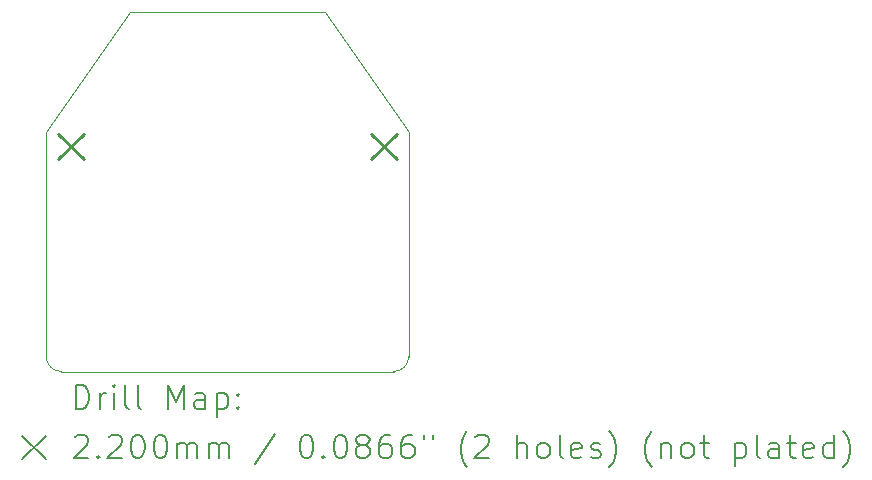
<source format=gbr>
%TF.GenerationSoftware,KiCad,Pcbnew,(6.0.7)*%
%TF.CreationDate,2022-10-10T17:10:13+03:00*%
%TF.ProjectId,DiLight_2.0,44694c69-6768-4745-9f32-2e302e6b6963,rev?*%
%TF.SameCoordinates,Original*%
%TF.FileFunction,Drillmap*%
%TF.FilePolarity,Positive*%
%FSLAX45Y45*%
G04 Gerber Fmt 4.5, Leading zero omitted, Abs format (unit mm)*
G04 Created by KiCad (PCBNEW (6.0.7)) date 2022-10-10 17:10:13*
%MOMM*%
%LPD*%
G01*
G04 APERTURE LIST*
%ADD10C,0.100000*%
%ADD11C,0.200000*%
%ADD12C,0.220000*%
G04 APERTURE END LIST*
D10*
X2022000Y-4572000D02*
G75*
G03*
X2149000Y-4699000I127000J0D01*
G01*
X2149000Y-4699000D02*
X4965000Y-4699000D01*
X4381500Y-1651000D02*
X5092000Y-2667000D01*
X2022000Y-2667000D02*
X2730500Y-1651000D01*
X4965000Y-4699000D02*
G75*
G03*
X5092000Y-4572000I0J127000D01*
G01*
X2730500Y-1651000D02*
X4381500Y-1651000D01*
X5092000Y-4572000D02*
X5092000Y-2667000D01*
X2022000Y-4572000D02*
X2022000Y-2667000D01*
D11*
D12*
X2122000Y-2684000D02*
X2342000Y-2904000D01*
X2342000Y-2684000D02*
X2122000Y-2904000D01*
X4772000Y-2684000D02*
X4992000Y-2904000D01*
X4992000Y-2684000D02*
X4772000Y-2904000D01*
D11*
X2274619Y-5014476D02*
X2274619Y-4814476D01*
X2322238Y-4814476D01*
X2350810Y-4824000D01*
X2369857Y-4843048D01*
X2379381Y-4862095D01*
X2388905Y-4900190D01*
X2388905Y-4928762D01*
X2379381Y-4966857D01*
X2369857Y-4985905D01*
X2350810Y-5004952D01*
X2322238Y-5014476D01*
X2274619Y-5014476D01*
X2474619Y-5014476D02*
X2474619Y-4881143D01*
X2474619Y-4919238D02*
X2484143Y-4900190D01*
X2493667Y-4890667D01*
X2512714Y-4881143D01*
X2531762Y-4881143D01*
X2598429Y-5014476D02*
X2598429Y-4881143D01*
X2598429Y-4814476D02*
X2588905Y-4824000D01*
X2598429Y-4833524D01*
X2607952Y-4824000D01*
X2598429Y-4814476D01*
X2598429Y-4833524D01*
X2722238Y-5014476D02*
X2703190Y-5004952D01*
X2693667Y-4985905D01*
X2693667Y-4814476D01*
X2827000Y-5014476D02*
X2807952Y-5004952D01*
X2798428Y-4985905D01*
X2798428Y-4814476D01*
X3055571Y-5014476D02*
X3055571Y-4814476D01*
X3122238Y-4957333D01*
X3188905Y-4814476D01*
X3188905Y-5014476D01*
X3369857Y-5014476D02*
X3369857Y-4909714D01*
X3360333Y-4890667D01*
X3341286Y-4881143D01*
X3303190Y-4881143D01*
X3284143Y-4890667D01*
X3369857Y-5004952D02*
X3350809Y-5014476D01*
X3303190Y-5014476D01*
X3284143Y-5004952D01*
X3274619Y-4985905D01*
X3274619Y-4966857D01*
X3284143Y-4947810D01*
X3303190Y-4938286D01*
X3350809Y-4938286D01*
X3369857Y-4928762D01*
X3465095Y-4881143D02*
X3465095Y-5081143D01*
X3465095Y-4890667D02*
X3484143Y-4881143D01*
X3522238Y-4881143D01*
X3541286Y-4890667D01*
X3550809Y-4900190D01*
X3560333Y-4919238D01*
X3560333Y-4976381D01*
X3550809Y-4995429D01*
X3541286Y-5004952D01*
X3522238Y-5014476D01*
X3484143Y-5014476D01*
X3465095Y-5004952D01*
X3646048Y-4995429D02*
X3655571Y-5004952D01*
X3646048Y-5014476D01*
X3636524Y-5004952D01*
X3646048Y-4995429D01*
X3646048Y-5014476D01*
X3646048Y-4890667D02*
X3655571Y-4900190D01*
X3646048Y-4909714D01*
X3636524Y-4900190D01*
X3646048Y-4890667D01*
X3646048Y-4909714D01*
X1817000Y-5244000D02*
X2017000Y-5444000D01*
X2017000Y-5244000D02*
X1817000Y-5444000D01*
X2265095Y-5253524D02*
X2274619Y-5244000D01*
X2293667Y-5234476D01*
X2341286Y-5234476D01*
X2360333Y-5244000D01*
X2369857Y-5253524D01*
X2379381Y-5272571D01*
X2379381Y-5291619D01*
X2369857Y-5320190D01*
X2255571Y-5434476D01*
X2379381Y-5434476D01*
X2465095Y-5415429D02*
X2474619Y-5424952D01*
X2465095Y-5434476D01*
X2455571Y-5424952D01*
X2465095Y-5415429D01*
X2465095Y-5434476D01*
X2550810Y-5253524D02*
X2560333Y-5244000D01*
X2579381Y-5234476D01*
X2627000Y-5234476D01*
X2646048Y-5244000D01*
X2655571Y-5253524D01*
X2665095Y-5272571D01*
X2665095Y-5291619D01*
X2655571Y-5320190D01*
X2541286Y-5434476D01*
X2665095Y-5434476D01*
X2788905Y-5234476D02*
X2807952Y-5234476D01*
X2827000Y-5244000D01*
X2836524Y-5253524D01*
X2846048Y-5272571D01*
X2855571Y-5310667D01*
X2855571Y-5358286D01*
X2846048Y-5396381D01*
X2836524Y-5415429D01*
X2827000Y-5424952D01*
X2807952Y-5434476D01*
X2788905Y-5434476D01*
X2769857Y-5424952D01*
X2760333Y-5415429D01*
X2750810Y-5396381D01*
X2741286Y-5358286D01*
X2741286Y-5310667D01*
X2750810Y-5272571D01*
X2760333Y-5253524D01*
X2769857Y-5244000D01*
X2788905Y-5234476D01*
X2979381Y-5234476D02*
X2998428Y-5234476D01*
X3017476Y-5244000D01*
X3027000Y-5253524D01*
X3036524Y-5272571D01*
X3046048Y-5310667D01*
X3046048Y-5358286D01*
X3036524Y-5396381D01*
X3027000Y-5415429D01*
X3017476Y-5424952D01*
X2998428Y-5434476D01*
X2979381Y-5434476D01*
X2960333Y-5424952D01*
X2950809Y-5415429D01*
X2941286Y-5396381D01*
X2931762Y-5358286D01*
X2931762Y-5310667D01*
X2941286Y-5272571D01*
X2950809Y-5253524D01*
X2960333Y-5244000D01*
X2979381Y-5234476D01*
X3131762Y-5434476D02*
X3131762Y-5301143D01*
X3131762Y-5320190D02*
X3141286Y-5310667D01*
X3160333Y-5301143D01*
X3188905Y-5301143D01*
X3207952Y-5310667D01*
X3217476Y-5329714D01*
X3217476Y-5434476D01*
X3217476Y-5329714D02*
X3227000Y-5310667D01*
X3246048Y-5301143D01*
X3274619Y-5301143D01*
X3293667Y-5310667D01*
X3303190Y-5329714D01*
X3303190Y-5434476D01*
X3398428Y-5434476D02*
X3398428Y-5301143D01*
X3398428Y-5320190D02*
X3407952Y-5310667D01*
X3427000Y-5301143D01*
X3455571Y-5301143D01*
X3474619Y-5310667D01*
X3484143Y-5329714D01*
X3484143Y-5434476D01*
X3484143Y-5329714D02*
X3493667Y-5310667D01*
X3512714Y-5301143D01*
X3541286Y-5301143D01*
X3560333Y-5310667D01*
X3569857Y-5329714D01*
X3569857Y-5434476D01*
X3960333Y-5224952D02*
X3788905Y-5482095D01*
X4217476Y-5234476D02*
X4236524Y-5234476D01*
X4255571Y-5244000D01*
X4265095Y-5253524D01*
X4274619Y-5272571D01*
X4284143Y-5310667D01*
X4284143Y-5358286D01*
X4274619Y-5396381D01*
X4265095Y-5415429D01*
X4255571Y-5424952D01*
X4236524Y-5434476D01*
X4217476Y-5434476D01*
X4198429Y-5424952D01*
X4188905Y-5415429D01*
X4179381Y-5396381D01*
X4169857Y-5358286D01*
X4169857Y-5310667D01*
X4179381Y-5272571D01*
X4188905Y-5253524D01*
X4198429Y-5244000D01*
X4217476Y-5234476D01*
X4369857Y-5415429D02*
X4379381Y-5424952D01*
X4369857Y-5434476D01*
X4360333Y-5424952D01*
X4369857Y-5415429D01*
X4369857Y-5434476D01*
X4503190Y-5234476D02*
X4522238Y-5234476D01*
X4541286Y-5244000D01*
X4550810Y-5253524D01*
X4560333Y-5272571D01*
X4569857Y-5310667D01*
X4569857Y-5358286D01*
X4560333Y-5396381D01*
X4550810Y-5415429D01*
X4541286Y-5424952D01*
X4522238Y-5434476D01*
X4503190Y-5434476D01*
X4484143Y-5424952D01*
X4474619Y-5415429D01*
X4465095Y-5396381D01*
X4455571Y-5358286D01*
X4455571Y-5310667D01*
X4465095Y-5272571D01*
X4474619Y-5253524D01*
X4484143Y-5244000D01*
X4503190Y-5234476D01*
X4684143Y-5320190D02*
X4665095Y-5310667D01*
X4655571Y-5301143D01*
X4646048Y-5282095D01*
X4646048Y-5272571D01*
X4655571Y-5253524D01*
X4665095Y-5244000D01*
X4684143Y-5234476D01*
X4722238Y-5234476D01*
X4741286Y-5244000D01*
X4750810Y-5253524D01*
X4760333Y-5272571D01*
X4760333Y-5282095D01*
X4750810Y-5301143D01*
X4741286Y-5310667D01*
X4722238Y-5320190D01*
X4684143Y-5320190D01*
X4665095Y-5329714D01*
X4655571Y-5339238D01*
X4646048Y-5358286D01*
X4646048Y-5396381D01*
X4655571Y-5415429D01*
X4665095Y-5424952D01*
X4684143Y-5434476D01*
X4722238Y-5434476D01*
X4741286Y-5424952D01*
X4750810Y-5415429D01*
X4760333Y-5396381D01*
X4760333Y-5358286D01*
X4750810Y-5339238D01*
X4741286Y-5329714D01*
X4722238Y-5320190D01*
X4931762Y-5234476D02*
X4893667Y-5234476D01*
X4874619Y-5244000D01*
X4865095Y-5253524D01*
X4846048Y-5282095D01*
X4836524Y-5320190D01*
X4836524Y-5396381D01*
X4846048Y-5415429D01*
X4855571Y-5424952D01*
X4874619Y-5434476D01*
X4912714Y-5434476D01*
X4931762Y-5424952D01*
X4941286Y-5415429D01*
X4950810Y-5396381D01*
X4950810Y-5348762D01*
X4941286Y-5329714D01*
X4931762Y-5320190D01*
X4912714Y-5310667D01*
X4874619Y-5310667D01*
X4855571Y-5320190D01*
X4846048Y-5329714D01*
X4836524Y-5348762D01*
X5122238Y-5234476D02*
X5084143Y-5234476D01*
X5065095Y-5244000D01*
X5055571Y-5253524D01*
X5036524Y-5282095D01*
X5027000Y-5320190D01*
X5027000Y-5396381D01*
X5036524Y-5415429D01*
X5046048Y-5424952D01*
X5065095Y-5434476D01*
X5103190Y-5434476D01*
X5122238Y-5424952D01*
X5131762Y-5415429D01*
X5141286Y-5396381D01*
X5141286Y-5348762D01*
X5131762Y-5329714D01*
X5122238Y-5320190D01*
X5103190Y-5310667D01*
X5065095Y-5310667D01*
X5046048Y-5320190D01*
X5036524Y-5329714D01*
X5027000Y-5348762D01*
X5217476Y-5234476D02*
X5217476Y-5272571D01*
X5293667Y-5234476D02*
X5293667Y-5272571D01*
X5588905Y-5510667D02*
X5579381Y-5501143D01*
X5560333Y-5472571D01*
X5550810Y-5453524D01*
X5541286Y-5424952D01*
X5531762Y-5377333D01*
X5531762Y-5339238D01*
X5541286Y-5291619D01*
X5550810Y-5263048D01*
X5560333Y-5244000D01*
X5579381Y-5215429D01*
X5588905Y-5205905D01*
X5655571Y-5253524D02*
X5665095Y-5244000D01*
X5684143Y-5234476D01*
X5731762Y-5234476D01*
X5750809Y-5244000D01*
X5760333Y-5253524D01*
X5769857Y-5272571D01*
X5769857Y-5291619D01*
X5760333Y-5320190D01*
X5646048Y-5434476D01*
X5769857Y-5434476D01*
X6007952Y-5434476D02*
X6007952Y-5234476D01*
X6093667Y-5434476D02*
X6093667Y-5329714D01*
X6084143Y-5310667D01*
X6065095Y-5301143D01*
X6036524Y-5301143D01*
X6017476Y-5310667D01*
X6007952Y-5320190D01*
X6217476Y-5434476D02*
X6198428Y-5424952D01*
X6188905Y-5415429D01*
X6179381Y-5396381D01*
X6179381Y-5339238D01*
X6188905Y-5320190D01*
X6198428Y-5310667D01*
X6217476Y-5301143D01*
X6246048Y-5301143D01*
X6265095Y-5310667D01*
X6274619Y-5320190D01*
X6284143Y-5339238D01*
X6284143Y-5396381D01*
X6274619Y-5415429D01*
X6265095Y-5424952D01*
X6246048Y-5434476D01*
X6217476Y-5434476D01*
X6398428Y-5434476D02*
X6379381Y-5424952D01*
X6369857Y-5405905D01*
X6369857Y-5234476D01*
X6550809Y-5424952D02*
X6531762Y-5434476D01*
X6493667Y-5434476D01*
X6474619Y-5424952D01*
X6465095Y-5405905D01*
X6465095Y-5329714D01*
X6474619Y-5310667D01*
X6493667Y-5301143D01*
X6531762Y-5301143D01*
X6550809Y-5310667D01*
X6560333Y-5329714D01*
X6560333Y-5348762D01*
X6465095Y-5367810D01*
X6636524Y-5424952D02*
X6655571Y-5434476D01*
X6693667Y-5434476D01*
X6712714Y-5424952D01*
X6722238Y-5405905D01*
X6722238Y-5396381D01*
X6712714Y-5377333D01*
X6693667Y-5367810D01*
X6665095Y-5367810D01*
X6646048Y-5358286D01*
X6636524Y-5339238D01*
X6636524Y-5329714D01*
X6646048Y-5310667D01*
X6665095Y-5301143D01*
X6693667Y-5301143D01*
X6712714Y-5310667D01*
X6788905Y-5510667D02*
X6798428Y-5501143D01*
X6817476Y-5472571D01*
X6827000Y-5453524D01*
X6836524Y-5424952D01*
X6846048Y-5377333D01*
X6846048Y-5339238D01*
X6836524Y-5291619D01*
X6827000Y-5263048D01*
X6817476Y-5244000D01*
X6798428Y-5215429D01*
X6788905Y-5205905D01*
X7150809Y-5510667D02*
X7141286Y-5501143D01*
X7122238Y-5472571D01*
X7112714Y-5453524D01*
X7103190Y-5424952D01*
X7093667Y-5377333D01*
X7093667Y-5339238D01*
X7103190Y-5291619D01*
X7112714Y-5263048D01*
X7122238Y-5244000D01*
X7141286Y-5215429D01*
X7150809Y-5205905D01*
X7227000Y-5301143D02*
X7227000Y-5434476D01*
X7227000Y-5320190D02*
X7236524Y-5310667D01*
X7255571Y-5301143D01*
X7284143Y-5301143D01*
X7303190Y-5310667D01*
X7312714Y-5329714D01*
X7312714Y-5434476D01*
X7436524Y-5434476D02*
X7417476Y-5424952D01*
X7407952Y-5415429D01*
X7398428Y-5396381D01*
X7398428Y-5339238D01*
X7407952Y-5320190D01*
X7417476Y-5310667D01*
X7436524Y-5301143D01*
X7465095Y-5301143D01*
X7484143Y-5310667D01*
X7493667Y-5320190D01*
X7503190Y-5339238D01*
X7503190Y-5396381D01*
X7493667Y-5415429D01*
X7484143Y-5424952D01*
X7465095Y-5434476D01*
X7436524Y-5434476D01*
X7560333Y-5301143D02*
X7636524Y-5301143D01*
X7588905Y-5234476D02*
X7588905Y-5405905D01*
X7598428Y-5424952D01*
X7617476Y-5434476D01*
X7636524Y-5434476D01*
X7855571Y-5301143D02*
X7855571Y-5501143D01*
X7855571Y-5310667D02*
X7874619Y-5301143D01*
X7912714Y-5301143D01*
X7931762Y-5310667D01*
X7941286Y-5320190D01*
X7950809Y-5339238D01*
X7950809Y-5396381D01*
X7941286Y-5415429D01*
X7931762Y-5424952D01*
X7912714Y-5434476D01*
X7874619Y-5434476D01*
X7855571Y-5424952D01*
X8065095Y-5434476D02*
X8046048Y-5424952D01*
X8036524Y-5405905D01*
X8036524Y-5234476D01*
X8227000Y-5434476D02*
X8227000Y-5329714D01*
X8217476Y-5310667D01*
X8198428Y-5301143D01*
X8160333Y-5301143D01*
X8141286Y-5310667D01*
X8227000Y-5424952D02*
X8207952Y-5434476D01*
X8160333Y-5434476D01*
X8141286Y-5424952D01*
X8131762Y-5405905D01*
X8131762Y-5386857D01*
X8141286Y-5367810D01*
X8160333Y-5358286D01*
X8207952Y-5358286D01*
X8227000Y-5348762D01*
X8293667Y-5301143D02*
X8369857Y-5301143D01*
X8322238Y-5234476D02*
X8322238Y-5405905D01*
X8331762Y-5424952D01*
X8350809Y-5434476D01*
X8369857Y-5434476D01*
X8512714Y-5424952D02*
X8493667Y-5434476D01*
X8455571Y-5434476D01*
X8436524Y-5424952D01*
X8427000Y-5405905D01*
X8427000Y-5329714D01*
X8436524Y-5310667D01*
X8455571Y-5301143D01*
X8493667Y-5301143D01*
X8512714Y-5310667D01*
X8522238Y-5329714D01*
X8522238Y-5348762D01*
X8427000Y-5367810D01*
X8693667Y-5434476D02*
X8693667Y-5234476D01*
X8693667Y-5424952D02*
X8674619Y-5434476D01*
X8636524Y-5434476D01*
X8617476Y-5424952D01*
X8607952Y-5415429D01*
X8598429Y-5396381D01*
X8598429Y-5339238D01*
X8607952Y-5320190D01*
X8617476Y-5310667D01*
X8636524Y-5301143D01*
X8674619Y-5301143D01*
X8693667Y-5310667D01*
X8769857Y-5510667D02*
X8779381Y-5501143D01*
X8798429Y-5472571D01*
X8807952Y-5453524D01*
X8817476Y-5424952D01*
X8827000Y-5377333D01*
X8827000Y-5339238D01*
X8817476Y-5291619D01*
X8807952Y-5263048D01*
X8798429Y-5244000D01*
X8779381Y-5215429D01*
X8769857Y-5205905D01*
M02*

</source>
